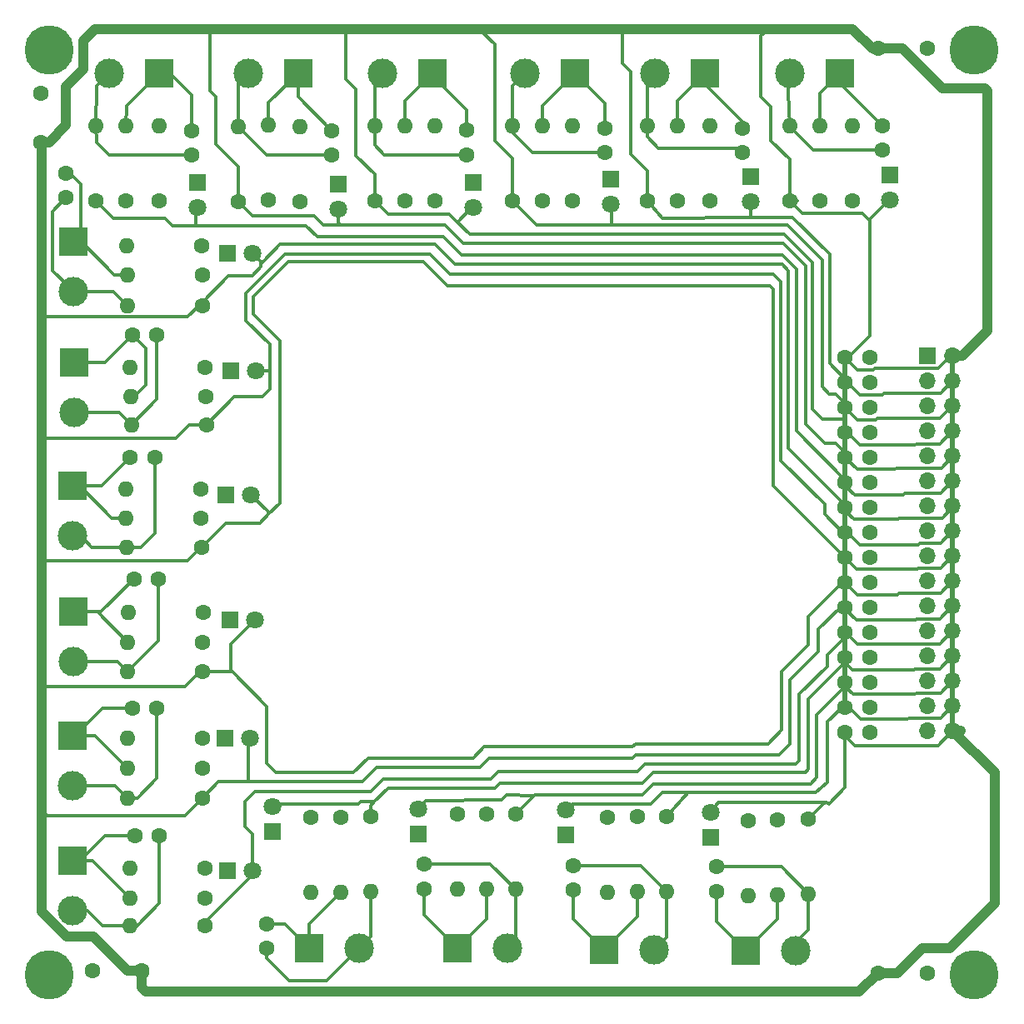
<source format=gbr>
G04 #@! TF.FileFunction,Copper,L1,Top,Signal*
%FSLAX46Y46*%
G04 Gerber Fmt 4.6, Leading zero omitted, Abs format (unit mm)*
G04 Created by KiCad (PCBNEW 4.0.7) date 04/07/19 22:06:40*
%MOMM*%
%LPD*%
G01*
G04 APERTURE LIST*
%ADD10C,0.100000*%
%ADD11R,1.800000X1.800000*%
%ADD12C,1.800000*%
%ADD13C,1.600000*%
%ADD14C,5.000000*%
%ADD15R,1.700000X1.700000*%
%ADD16O,1.700000X1.700000*%
%ADD17R,3.000000X3.000000*%
%ADD18C,3.000000*%
%ADD19O,1.600000X1.600000*%
%ADD20C,0.350000*%
%ADD21C,1.000000*%
%ADD22C,0.500000*%
G04 APERTURE END LIST*
D10*
D11*
X110109000Y-66103500D03*
D12*
X110109000Y-68643500D03*
D13*
X52197000Y-57404000D03*
X52197000Y-62404000D03*
X57404000Y-146558000D03*
X62404000Y-146558000D03*
X142240000Y-52832000D03*
X137240000Y-52832000D03*
X142240000Y-146812000D03*
X137240000Y-146812000D03*
D14*
X53000000Y-53000000D03*
X53000000Y-147000000D03*
X147000000Y-53000000D03*
X147000000Y-147000000D03*
D15*
X142296800Y-84082400D03*
D16*
X144836800Y-84082400D03*
X142296800Y-86622400D03*
X144836800Y-86622400D03*
X142296800Y-89162400D03*
X144836800Y-89162400D03*
X142296800Y-91702400D03*
X144836800Y-91702400D03*
X142296800Y-94242400D03*
X144836800Y-94242400D03*
X142296800Y-96782400D03*
X144836800Y-96782400D03*
X142296800Y-99322400D03*
X144836800Y-99322400D03*
X142296800Y-101862400D03*
X144836800Y-101862400D03*
X142296800Y-104402400D03*
X144836800Y-104402400D03*
X142296800Y-106942400D03*
X144836800Y-106942400D03*
X142296800Y-109482400D03*
X144836800Y-109482400D03*
X142296800Y-112022400D03*
X144836800Y-112022400D03*
X142296800Y-114562400D03*
X144836800Y-114562400D03*
X142296800Y-117102400D03*
X144836800Y-117102400D03*
X142296800Y-119642400D03*
X144836800Y-119642400D03*
X142296800Y-122182400D03*
X144836800Y-122182400D03*
D13*
X133908800Y-84226400D03*
X136408800Y-84226400D03*
X133908800Y-86766400D03*
X136408800Y-86766400D03*
X133908800Y-89306400D03*
X136408800Y-89306400D03*
X133908800Y-91846400D03*
X136408800Y-91846400D03*
X133908800Y-94386400D03*
X136408800Y-94386400D03*
X133908800Y-96926400D03*
X136408800Y-96926400D03*
X133908800Y-99466400D03*
X136408800Y-99466400D03*
X133908800Y-102006400D03*
X136408800Y-102006400D03*
X133908800Y-104546400D03*
X136408800Y-104546400D03*
X133908800Y-107086400D03*
X136408800Y-107086400D03*
X133908800Y-109626400D03*
X136408800Y-109626400D03*
X133908800Y-112166400D03*
X136408800Y-112166400D03*
X133908800Y-114706400D03*
X136408800Y-114706400D03*
X133908800Y-117246400D03*
X136408800Y-117246400D03*
X133908800Y-119786400D03*
X136408800Y-119786400D03*
X133908800Y-122326400D03*
X136408800Y-122326400D03*
X137668000Y-60706000D03*
X137668000Y-63206000D03*
D11*
X138430000Y-65722500D03*
D12*
X138430000Y-68262500D03*
D17*
X133350000Y-55372000D03*
D18*
X128270000Y-55372000D03*
D13*
X131318000Y-68326000D03*
D19*
X131318000Y-60706000D03*
D13*
X128270000Y-68326000D03*
D19*
X128270000Y-60706000D03*
D13*
X134620000Y-68326000D03*
D19*
X134620000Y-60706000D03*
D13*
X123444000Y-60960000D03*
X123444000Y-63460000D03*
X109474000Y-60960000D03*
X109474000Y-63460000D03*
X95440500Y-61150500D03*
X95440500Y-63650500D03*
D11*
X124333000Y-65913000D03*
D12*
X124333000Y-68453000D03*
D11*
X96139000Y-66484500D03*
D12*
X96139000Y-69024500D03*
D17*
X119634000Y-55372000D03*
D18*
X114554000Y-55372000D03*
D17*
X106426000Y-55372000D03*
D18*
X101346000Y-55372000D03*
D17*
X91948000Y-55372000D03*
D18*
X86868000Y-55372000D03*
D13*
X116840000Y-68326000D03*
D19*
X116840000Y-60706000D03*
D13*
X113792000Y-68326000D03*
D19*
X113792000Y-60706000D03*
D13*
X103124000Y-68326000D03*
D19*
X103124000Y-60706000D03*
D13*
X100076000Y-68326000D03*
D19*
X100076000Y-60706000D03*
D13*
X89154000Y-68326000D03*
D19*
X89154000Y-60706000D03*
D13*
X86106000Y-68326000D03*
D19*
X86106000Y-60706000D03*
D13*
X120142000Y-68326000D03*
D19*
X120142000Y-60706000D03*
D13*
X106172000Y-68326000D03*
D19*
X106172000Y-60706000D03*
D13*
X92202000Y-68326000D03*
D19*
X92202000Y-60706000D03*
D13*
X81724500Y-61214000D03*
X81724500Y-63714000D03*
X67500500Y-61214000D03*
X67500500Y-63714000D03*
D11*
X82423000Y-66611500D03*
D12*
X82423000Y-69151500D03*
D11*
X68097400Y-66497200D03*
D12*
X68097400Y-69037200D03*
D17*
X78295500Y-55372000D03*
D18*
X73215500Y-55372000D03*
D17*
X64198500Y-55372000D03*
D18*
X59118500Y-55372000D03*
D13*
X75311000Y-68262500D03*
D19*
X75311000Y-60642500D03*
D13*
X72199500Y-68389500D03*
D19*
X72199500Y-60769500D03*
D13*
X60833000Y-68326000D03*
D19*
X60833000Y-60706000D03*
D13*
X57785000Y-68326000D03*
D19*
X57785000Y-60706000D03*
D13*
X78486000Y-68389500D03*
D19*
X78486000Y-60769500D03*
D13*
X64198500Y-68326000D03*
D19*
X64198500Y-60706000D03*
D13*
X54752240Y-65532000D03*
X54752240Y-68032000D03*
X61478160Y-81986120D03*
X63978160Y-81986120D03*
X61244480Y-94381320D03*
X63744480Y-94381320D03*
X61620400Y-106791760D03*
X64120400Y-106791760D03*
D11*
X71135240Y-73649840D03*
D12*
X73675240Y-73649840D03*
D11*
X71470520Y-85608160D03*
D12*
X74010520Y-85608160D03*
D11*
X71008240Y-98186240D03*
D12*
X73548240Y-98186240D03*
D11*
X71348600Y-110911640D03*
D12*
X73888600Y-110911640D03*
D17*
X55473600Y-72466200D03*
D18*
X55473600Y-77546200D03*
D17*
X55595520Y-84780120D03*
D18*
X55595520Y-89860120D03*
D17*
X55361840Y-97297240D03*
D18*
X55361840Y-102377240D03*
D17*
X55438040Y-110109000D03*
D18*
X55438040Y-115189000D03*
D13*
X68564760Y-75829160D03*
D19*
X60944760Y-75829160D03*
D13*
X68564760Y-78958440D03*
D19*
X60944760Y-78958440D03*
D13*
X68930520Y-88249760D03*
D19*
X61310520Y-88249760D03*
D13*
X69021960Y-91094560D03*
D19*
X61401960Y-91094560D03*
D13*
X68397120Y-100584000D03*
D19*
X60777120Y-100584000D03*
D13*
X68508880Y-103545640D03*
D19*
X60888880Y-103545640D03*
D13*
X68635880Y-113217960D03*
D19*
X61015880Y-113217960D03*
D13*
X68605400Y-116179600D03*
D19*
X60985400Y-116179600D03*
D13*
X68508880Y-72867520D03*
D19*
X60888880Y-72867520D03*
D13*
X68844160Y-85227160D03*
D19*
X61224160Y-85227160D03*
D13*
X68468240Y-97617280D03*
D19*
X60848240Y-97617280D03*
D13*
X68661280Y-110144560D03*
D19*
X61041280Y-110144560D03*
D13*
X61468000Y-119888000D03*
X63968000Y-119888000D03*
X61722000Y-132842000D03*
X64222000Y-132842000D03*
D11*
X70866000Y-122936000D03*
D12*
X73406000Y-122936000D03*
D11*
X71120000Y-136398000D03*
D12*
X73660000Y-136398000D03*
D17*
X55372000Y-122682000D03*
D18*
X55372000Y-127762000D03*
D17*
X55372000Y-135382000D03*
D18*
X55372000Y-140462000D03*
D13*
X68580000Y-125984000D03*
D19*
X60960000Y-125984000D03*
D13*
X68580000Y-129032000D03*
D19*
X60960000Y-129032000D03*
D13*
X68834000Y-139192000D03*
D19*
X61214000Y-139192000D03*
D13*
X68834000Y-141986000D03*
D19*
X61214000Y-141986000D03*
D13*
X68580000Y-122936000D03*
D19*
X60960000Y-122936000D03*
D13*
X68834000Y-136144000D03*
D19*
X61214000Y-136144000D03*
D13*
X75120500Y-141795500D03*
X75120500Y-144295500D03*
X91122500Y-138239500D03*
X91122500Y-135739500D03*
X106235500Y-138366500D03*
X106235500Y-135866500D03*
X120840500Y-138493500D03*
X120840500Y-135993500D03*
D11*
X75692000Y-132461000D03*
D12*
X75692000Y-129921000D03*
D11*
X90487500Y-132651500D03*
D12*
X90487500Y-130111500D03*
D11*
X105537000Y-132778500D03*
D12*
X105537000Y-130238500D03*
D11*
X120205500Y-133032500D03*
D12*
X120205500Y-130492500D03*
D17*
X79438500Y-144272000D03*
D18*
X84518500Y-144272000D03*
D17*
X94488000Y-144272000D03*
D18*
X99568000Y-144272000D03*
D17*
X109410500Y-144462500D03*
D18*
X114490500Y-144462500D03*
D17*
X123825000Y-144526000D03*
D18*
X128905000Y-144526000D03*
D13*
X82677000Y-131000500D03*
D19*
X82677000Y-138620500D03*
D13*
X85661500Y-130937000D03*
D19*
X85661500Y-138557000D03*
D13*
X97472500Y-130619500D03*
D19*
X97472500Y-138239500D03*
D13*
X100393500Y-130683000D03*
D19*
X100393500Y-138303000D03*
D13*
X112776000Y-130937000D03*
D19*
X112776000Y-138557000D03*
D13*
X115760500Y-130873500D03*
D19*
X115760500Y-138493500D03*
D13*
X127000000Y-131254500D03*
D19*
X127000000Y-138874500D03*
D13*
X130175000Y-131127500D03*
D19*
X130175000Y-138747500D03*
D13*
X79629000Y-131000500D03*
D19*
X79629000Y-138620500D03*
D13*
X94488000Y-130619500D03*
D19*
X94488000Y-138239500D03*
D13*
X109728000Y-131000500D03*
D19*
X109728000Y-138620500D03*
D13*
X124079000Y-131318000D03*
D19*
X124079000Y-138938000D03*
D20*
X124333000Y-70040500D02*
X124333000Y-68453000D01*
X71437500Y-116179600D02*
X71437500Y-113362740D01*
X71437500Y-113362740D02*
X73888600Y-110911640D01*
X133908800Y-107086400D02*
X133642100Y-107086400D01*
X133642100Y-107086400D02*
X130111500Y-110617000D01*
X71602600Y-116179600D02*
X71437500Y-116179600D01*
X71437500Y-116179600D02*
X68605400Y-116179600D01*
X75120500Y-119697500D02*
X71602600Y-116179600D01*
X75120500Y-125476000D02*
X75120500Y-119697500D01*
X76073000Y-126428500D02*
X75120500Y-125476000D01*
X83947000Y-126428500D02*
X76073000Y-126428500D01*
X85407500Y-124968000D02*
X83947000Y-126428500D01*
X96075500Y-124968000D02*
X85407500Y-124968000D01*
X97218500Y-123825000D02*
X96075500Y-124968000D01*
X112268000Y-123825000D02*
X97218500Y-123825000D01*
X112585500Y-123507500D02*
X112268000Y-123825000D01*
X126047500Y-123507500D02*
X112585500Y-123507500D01*
X127444500Y-122110500D02*
X126047500Y-123507500D01*
X127444500Y-116141500D02*
X127444500Y-122110500D01*
X130111500Y-113474500D02*
X127444500Y-116141500D01*
X130111500Y-110617000D02*
X130111500Y-113474500D01*
X73279000Y-127381000D02*
X73279000Y-123063000D01*
X73279000Y-123063000D02*
X73406000Y-122936000D01*
X133908800Y-109626400D02*
X133451600Y-109626400D01*
X133451600Y-109626400D02*
X131191000Y-111887000D01*
X70231000Y-127381000D02*
X68580000Y-129032000D01*
X84836000Y-127381000D02*
X73279000Y-127381000D01*
X73279000Y-127381000D02*
X70231000Y-127381000D01*
X86296500Y-125920500D02*
X84836000Y-127381000D01*
X96774000Y-125920500D02*
X86296500Y-125920500D01*
X97726500Y-124968000D02*
X96774000Y-125920500D01*
X112268000Y-124968000D02*
X97726500Y-124968000D01*
X112585500Y-124650500D02*
X112268000Y-124968000D01*
X127190500Y-124650500D02*
X112585500Y-124650500D01*
X128270000Y-123571000D02*
X127190500Y-124650500D01*
X128270000Y-117030500D02*
X128270000Y-123571000D01*
X131191000Y-114109500D02*
X128270000Y-117030500D01*
X131191000Y-111887000D02*
X131191000Y-114109500D01*
X73660000Y-136398000D02*
X73660000Y-136842500D01*
X73660000Y-136842500D02*
X68834000Y-141668500D01*
X68834000Y-141668500D02*
X68834000Y-141986000D01*
X133908800Y-112166400D02*
X133908800Y-112661700D01*
X133908800Y-112661700D02*
X132080000Y-114490500D01*
X73660000Y-132715000D02*
X73660000Y-136398000D01*
X72898000Y-131953000D02*
X73660000Y-132715000D01*
X72898000Y-129349500D02*
X72898000Y-131953000D01*
X73914000Y-128333500D02*
X72898000Y-129349500D01*
X85725000Y-128333500D02*
X73914000Y-128333500D01*
X86995000Y-127063500D02*
X85725000Y-128333500D01*
X97853500Y-127063500D02*
X86995000Y-127063500D01*
X98615500Y-126301500D02*
X97853500Y-127063500D01*
X112776000Y-126301500D02*
X98615500Y-126301500D01*
X113538000Y-125539500D02*
X112776000Y-126301500D01*
X128905000Y-125539500D02*
X113538000Y-125539500D01*
X129222500Y-125222000D02*
X128905000Y-125539500D01*
X129222500Y-118491000D02*
X129222500Y-125222000D01*
X132080000Y-115633500D02*
X129222500Y-118491000D01*
X132080000Y-114490500D02*
X132080000Y-115633500D01*
X86074250Y-129381250D02*
X84677250Y-129381250D01*
X84391500Y-129667000D02*
X75946000Y-129667000D01*
X84677250Y-129381250D02*
X84391500Y-129667000D01*
X75946000Y-129667000D02*
X75692000Y-129921000D01*
X133908800Y-114706400D02*
X133908800Y-115265200D01*
X133908800Y-115265200D02*
X130175000Y-118999000D01*
X85661500Y-129794000D02*
X85661500Y-130937000D01*
X87439500Y-128016000D02*
X86074250Y-129381250D01*
X86074250Y-129381250D02*
X85661500Y-129794000D01*
X98298000Y-128016000D02*
X87439500Y-128016000D01*
X98806000Y-127508000D02*
X98298000Y-128016000D01*
X113284000Y-127508000D02*
X98806000Y-127508000D01*
X114363500Y-126428500D02*
X113284000Y-127508000D01*
X129857500Y-126428500D02*
X114363500Y-126428500D01*
X130175000Y-126111000D02*
X129857500Y-126428500D01*
X130175000Y-118999000D02*
X130175000Y-126111000D01*
X102298500Y-128778000D02*
X99536250Y-128682750D01*
X91313000Y-129286000D02*
X90487500Y-130111500D01*
X99028250Y-129190750D02*
X91313000Y-129286000D01*
X99536250Y-128682750D02*
X99028250Y-129190750D01*
X133908800Y-117246400D02*
X133908800Y-117678200D01*
X133908800Y-117678200D02*
X131000500Y-120586500D01*
X102362000Y-128714500D02*
X102298500Y-128778000D01*
X102298500Y-128778000D02*
X100393500Y-130683000D01*
X113284000Y-128714500D02*
X102362000Y-128714500D01*
X114427000Y-127571500D02*
X113284000Y-128714500D01*
X130365500Y-127571500D02*
X114427000Y-127571500D01*
X131000500Y-126936500D02*
X130365500Y-127571500D01*
X131000500Y-120586500D02*
X131000500Y-126936500D01*
X118745000Y-128460500D02*
X115316000Y-128460500D01*
X114173000Y-129603500D02*
X106172000Y-129603500D01*
X115316000Y-128460500D02*
X114173000Y-129603500D01*
X106172000Y-129603500D02*
X105537000Y-130238500D01*
X133908800Y-119786400D02*
X133578600Y-119786400D01*
X133578600Y-119786400D02*
X132080000Y-121285000D01*
X117983000Y-128460500D02*
X115760500Y-130873500D01*
X130873500Y-128460500D02*
X118745000Y-128460500D01*
X118745000Y-128460500D02*
X117983000Y-128460500D01*
X132080000Y-127444500D02*
X130873500Y-128460500D01*
X132080000Y-121285000D02*
X132080000Y-127444500D01*
X132016500Y-129476500D02*
X121031000Y-129476500D01*
X121031000Y-129476500D02*
X120205500Y-130492500D01*
X133908800Y-122326400D02*
X133908800Y-127965200D01*
X131699000Y-129603500D02*
X130175000Y-131127500D01*
X132270500Y-129603500D02*
X132016500Y-129476500D01*
X132016500Y-129476500D02*
X131699000Y-129603500D01*
X133908800Y-127965200D02*
X132270500Y-129603500D01*
D21*
X62404000Y-146558000D02*
X62404000Y-148256000D01*
X135335000Y-148717000D02*
X137240000Y-146812000D01*
X62865000Y-148717000D02*
X135335000Y-148717000D01*
X62404000Y-148256000D02*
X62865000Y-148717000D01*
D20*
X72199500Y-68389500D02*
X72199500Y-64833500D01*
X69342000Y-57150000D02*
X69342000Y-50850800D01*
X69977000Y-57785000D02*
X69342000Y-57150000D01*
X69977000Y-62611000D02*
X69977000Y-57785000D01*
X72199500Y-64833500D02*
X69977000Y-62611000D01*
X68580000Y-129032000D02*
X66802000Y-130810000D01*
X52271520Y-130227480D02*
X52271520Y-130226560D01*
X52854040Y-130810000D02*
X52271520Y-130227480D01*
X66802000Y-130810000D02*
X52854040Y-130810000D01*
X68605400Y-116179600D02*
X68351400Y-116179600D01*
X68351400Y-116179600D02*
X66802000Y-117729000D01*
X66802000Y-117729000D02*
X52269489Y-117729000D01*
X52269489Y-117729000D02*
X52269489Y-117729817D01*
X69021960Y-91094560D02*
X67274440Y-91094560D01*
X52265381Y-92456000D02*
X52265381Y-92453293D01*
X65913000Y-92456000D02*
X52265381Y-92456000D01*
X67274440Y-91094560D02*
X65913000Y-92456000D01*
X128270000Y-68326000D02*
X128270000Y-64135000D01*
X125349000Y-51562000D02*
X126060200Y-50850800D01*
X125349000Y-57785000D02*
X125349000Y-51562000D01*
X126365000Y-58801000D02*
X125349000Y-57785000D01*
X126365000Y-62230000D02*
X126365000Y-58801000D01*
X128270000Y-64135000D02*
X126365000Y-62230000D01*
X113792000Y-68326000D02*
X113792000Y-65278000D01*
X111252000Y-54356000D02*
X111252000Y-50850800D01*
X112141000Y-55245000D02*
X111252000Y-54356000D01*
X112141000Y-63627000D02*
X112141000Y-55245000D01*
X113792000Y-65278000D02*
X112141000Y-63627000D01*
X100076000Y-68326000D02*
X100076000Y-64008000D01*
X98298000Y-52451000D02*
X96697800Y-50850800D01*
X98298000Y-62230000D02*
X98298000Y-52451000D01*
X100076000Y-64008000D02*
X98298000Y-62230000D01*
X86106000Y-68326000D02*
X86106000Y-65659000D01*
X83185000Y-56007000D02*
X83185000Y-50850800D01*
X84201000Y-57023000D02*
X83185000Y-56007000D01*
X84201000Y-63754000D02*
X84201000Y-57023000D01*
X86106000Y-65659000D02*
X84201000Y-63754000D01*
X68508880Y-103545640D02*
X68412360Y-103545640D01*
X68412360Y-103545640D02*
X67056000Y-104902000D01*
X52267404Y-104902000D02*
X52267404Y-104900812D01*
X67056000Y-104902000D02*
X52267404Y-104902000D01*
X68564760Y-78958440D02*
X68234560Y-78958440D01*
X68234560Y-78958440D02*
X67056000Y-80137000D01*
X52263379Y-80137000D02*
X52263379Y-80134987D01*
X67056000Y-80137000D02*
X52263379Y-80137000D01*
X73548240Y-98186240D02*
X73548240Y-98059240D01*
X75311000Y-100203000D02*
X75311000Y-99949000D01*
X75311000Y-99949000D02*
X73548240Y-98186240D01*
X133908800Y-104546400D02*
X133883400Y-104546400D01*
X133883400Y-104546400D02*
X126619000Y-97282000D01*
X70962520Y-101092000D02*
X68508880Y-103545640D01*
X74422000Y-101092000D02*
X70962520Y-101092000D01*
X76454000Y-99060000D02*
X75311000Y-100203000D01*
X75311000Y-100203000D02*
X74422000Y-101092000D01*
X76454000Y-82550000D02*
X76454000Y-99060000D01*
X73787000Y-79883000D02*
X76454000Y-82550000D01*
X73787000Y-78105000D02*
X73787000Y-79883000D01*
X77343000Y-74549000D02*
X73787000Y-78105000D01*
X91059000Y-74549000D02*
X77343000Y-74549000D01*
X93472000Y-76962000D02*
X91059000Y-74549000D01*
X126238000Y-76962000D02*
X93472000Y-76962000D01*
X126619000Y-77343000D02*
X126238000Y-76962000D01*
X126619000Y-97282000D02*
X126619000Y-77343000D01*
X75438000Y-85598000D02*
X74020680Y-85598000D01*
X74020680Y-85598000D02*
X74010520Y-85608160D01*
X133908800Y-102006400D02*
X133629400Y-102006400D01*
X133629400Y-102006400D02*
X131826000Y-100203000D01*
X71851520Y-88265000D02*
X69021960Y-91094560D01*
X74676000Y-88265000D02*
X71851520Y-88265000D01*
X75438000Y-87503000D02*
X74676000Y-88265000D01*
X75438000Y-82931000D02*
X75438000Y-85598000D01*
X75438000Y-85598000D02*
X75438000Y-87503000D01*
X73025000Y-80518000D02*
X75438000Y-82931000D01*
X73025000Y-77724000D02*
X73025000Y-80518000D01*
X76962000Y-73787000D02*
X73025000Y-77724000D01*
X91694000Y-73787000D02*
X76962000Y-73787000D01*
X93726000Y-75819000D02*
X91694000Y-73787000D01*
X126619000Y-75819000D02*
X93726000Y-75819000D01*
X127381000Y-76581000D02*
X126619000Y-75819000D01*
X127381000Y-94742000D02*
X127381000Y-76581000D01*
X131826000Y-99187000D02*
X127381000Y-94742000D01*
X131826000Y-100203000D02*
X131826000Y-99187000D01*
X74739500Y-74485500D02*
X74510900Y-74485500D01*
X74510900Y-74485500D02*
X73675240Y-73649840D01*
X133908800Y-99466400D02*
X133908800Y-99237800D01*
X133908800Y-99237800D02*
X128143000Y-93472000D01*
X71247000Y-75946000D02*
X68564760Y-78628240D01*
X73660000Y-75946000D02*
X71247000Y-75946000D01*
X74549000Y-75057000D02*
X73660000Y-75946000D01*
X74549000Y-74676000D02*
X74549000Y-75057000D01*
X76454000Y-72771000D02*
X74739500Y-74485500D01*
X74739500Y-74485500D02*
X74549000Y-74676000D01*
X92202000Y-72771000D02*
X76454000Y-72771000D01*
X94234000Y-74803000D02*
X92202000Y-72771000D01*
X127508000Y-74803000D02*
X94234000Y-74803000D01*
X128143000Y-75438000D02*
X127508000Y-74803000D01*
X128143000Y-93472000D02*
X128143000Y-75438000D01*
X68564760Y-78628240D02*
X68564760Y-78958440D01*
X67950080Y-70866000D02*
X67950080Y-69184520D01*
X67950080Y-69184520D02*
X68097400Y-69037200D01*
X133908800Y-96926400D02*
X133908800Y-96682560D01*
X133908800Y-96682560D02*
X128950720Y-91724480D01*
X59532520Y-70073520D02*
X57785000Y-68326000D01*
X64780160Y-70073520D02*
X59532520Y-70073520D01*
X65572640Y-70866000D02*
X64780160Y-70073520D01*
X79136240Y-70866000D02*
X67950080Y-70866000D01*
X67950080Y-70866000D02*
X65572640Y-70866000D01*
X80243680Y-71973440D02*
X79136240Y-70866000D01*
X93045280Y-71973440D02*
X80243680Y-71973440D01*
X94894400Y-73822560D02*
X93045280Y-71973440D01*
X127513080Y-73822560D02*
X94894400Y-73822560D01*
X128950720Y-75260200D02*
X127513080Y-73822560D01*
X128950720Y-91724480D02*
X128950720Y-75260200D01*
X82423000Y-69151500D02*
X82423000Y-70561200D01*
X82423000Y-70561200D02*
X82664300Y-70802500D01*
X133908800Y-96926400D02*
X133908800Y-96634300D01*
X133908800Y-94386400D02*
X133908800Y-93903800D01*
X133908800Y-93903800D02*
X132969000Y-92964000D01*
X73660000Y-69850000D02*
X72199500Y-68389500D01*
X79946500Y-69850000D02*
X73660000Y-69850000D01*
X80899000Y-70802500D02*
X79946500Y-69850000D01*
X93218000Y-70802500D02*
X82664300Y-70802500D01*
X82664300Y-70802500D02*
X81534000Y-70802500D01*
X81534000Y-70802500D02*
X80899000Y-70802500D01*
X95059500Y-72644000D02*
X93218000Y-70802500D01*
X127571500Y-72644000D02*
X95059500Y-72644000D01*
X129857500Y-74930000D02*
X127571500Y-72644000D01*
X129857500Y-90995500D02*
X129857500Y-74930000D01*
X131826000Y-92964000D02*
X129857500Y-90995500D01*
X132969000Y-92964000D02*
X131826000Y-92964000D01*
D21*
X52197000Y-62404000D02*
X52975500Y-62404000D01*
X52975500Y-62404000D02*
X54737000Y-60642500D01*
X54737000Y-60642500D02*
X54737000Y-56705500D01*
X54737000Y-56705500D02*
X56451500Y-54991000D01*
X56451500Y-54991000D02*
X56451500Y-52070000D01*
X56451500Y-52070000D02*
X57670700Y-50850800D01*
X57670700Y-50850800D02*
X64639200Y-50850800D01*
X69342000Y-50850800D02*
X64639200Y-50850800D01*
X83185000Y-50850800D02*
X69342000Y-50850800D01*
X136652000Y-52832000D02*
X134670800Y-50850800D01*
X134670800Y-50850800D02*
X126060200Y-50850800D01*
X126060200Y-50850800D02*
X111252000Y-50850800D01*
X111252000Y-50850800D02*
X96697800Y-50850800D01*
X96697800Y-50850800D02*
X83185000Y-50850800D01*
D20*
X133908800Y-91846400D02*
X133908800Y-90500200D01*
X87439500Y-69659500D02*
X86106000Y-68326000D01*
X93662500Y-69659500D02*
X87439500Y-69659500D01*
X133858000Y-90551000D02*
X131572000Y-90551000D01*
X133908800Y-90500200D02*
X133858000Y-90551000D01*
X133908800Y-89306400D02*
X133908800Y-88887300D01*
X133908800Y-88887300D02*
X132969000Y-87947500D01*
X102552500Y-70802500D02*
X100076000Y-68326000D01*
X132969000Y-87947500D02*
X132270500Y-87947500D01*
X86106000Y-68326000D02*
X86106000Y-68072000D01*
X133908800Y-86766400D02*
X133908800Y-86410800D01*
X133908800Y-86410800D02*
X132334000Y-84836000D01*
X115316000Y-70104000D02*
X113792000Y-68326000D01*
X132334000Y-84836000D02*
X132334000Y-73787000D01*
X128270000Y-68326000D02*
X128524000Y-68326000D01*
X128270000Y-68326000D02*
X129032000Y-68326000D01*
X133908800Y-84226400D02*
X134213600Y-84226400D01*
X134213600Y-84226400D02*
X136398000Y-82042000D01*
X129540000Y-69596000D02*
X128270000Y-68326000D01*
X135636000Y-69596000D02*
X129540000Y-69596000D01*
D21*
X137240000Y-146812000D02*
X139192000Y-146812000D01*
X139192000Y-146812000D02*
X141732000Y-144272000D01*
X141732000Y-144272000D02*
X144526000Y-144272000D01*
X144526000Y-144272000D02*
X149098000Y-139700000D01*
X149098000Y-139700000D02*
X149098000Y-126443600D01*
X149098000Y-126443600D02*
X144836800Y-122182400D01*
X144836800Y-84082400D02*
X145787600Y-84082400D01*
X139700000Y-52832000D02*
X137240000Y-52832000D01*
X143764000Y-56896000D02*
X139700000Y-52832000D01*
X148082000Y-56896000D02*
X143764000Y-56896000D01*
X148336000Y-57150000D02*
X148082000Y-56896000D01*
X148336000Y-81534000D02*
X148336000Y-57150000D01*
X145787600Y-84082400D02*
X148336000Y-81534000D01*
X137240000Y-52832000D02*
X136652000Y-52832000D01*
X144836800Y-122182400D02*
X145601200Y-122182400D01*
X62658000Y-146812000D02*
X62404000Y-146558000D01*
X61010800Y-146558000D02*
X62404000Y-146558000D01*
X57505600Y-143052800D02*
X61010800Y-146558000D01*
X54762400Y-143052800D02*
X57505600Y-143052800D01*
X52273200Y-140563600D02*
X54762400Y-143052800D01*
X52260500Y-62420500D02*
X52263379Y-80134987D01*
X52263379Y-80134987D02*
X52265381Y-92453293D01*
X52265381Y-92453293D02*
X52265423Y-92711719D01*
X52265423Y-92711719D02*
X52267404Y-104900812D01*
X52267404Y-104900812D02*
X52269489Y-117729817D01*
X52269489Y-117729817D02*
X52271520Y-130226560D01*
X52271520Y-130226560D02*
X52273200Y-140563600D01*
D22*
X144836800Y-84082400D02*
X145432000Y-84082400D01*
X62658000Y-146812000D02*
X62404000Y-146558000D01*
X144836800Y-122182400D02*
X144836800Y-122637200D01*
X133908800Y-119786400D02*
X133908800Y-117246400D01*
X133908800Y-114706400D02*
X133908800Y-117246400D01*
X133908800Y-112166400D02*
X133908800Y-114706400D01*
X133908800Y-109626400D02*
X133908800Y-112166400D01*
X133908800Y-107086400D02*
X133908800Y-109626400D01*
X133908800Y-104546400D02*
X133908800Y-107086400D01*
X133908800Y-102006400D02*
X133908800Y-104546400D01*
X133908800Y-99466400D02*
X133908800Y-102006400D01*
X133908800Y-96926400D02*
X133908800Y-99466400D01*
X133908800Y-94386400D02*
X133908800Y-96926400D01*
X133908800Y-91846400D02*
X133908800Y-94386400D01*
X133908800Y-89306400D02*
X133908800Y-91846400D01*
X133908800Y-86766400D02*
X133908800Y-89306400D01*
X133908800Y-84226400D02*
X133908800Y-86766400D01*
X144836800Y-86622400D02*
X144836800Y-84082400D01*
X144836800Y-89162400D02*
X144836800Y-86622400D01*
X144836800Y-94242400D02*
X144836800Y-89162400D01*
X144836800Y-96782400D02*
X144836800Y-94242400D01*
X144836800Y-99322400D02*
X144836800Y-96782400D01*
X144836800Y-101862400D02*
X144836800Y-99322400D01*
X144836800Y-106942400D02*
X144836800Y-101862400D01*
X144836800Y-109482400D02*
X144836800Y-106942400D01*
X144836800Y-112022400D02*
X144836800Y-109482400D01*
X144836800Y-114562400D02*
X144836800Y-112022400D01*
X144836800Y-117102400D02*
X144836800Y-114562400D01*
X144836800Y-119642400D02*
X144836800Y-117102400D01*
X144836800Y-119642400D02*
X144836800Y-122182400D01*
D20*
X133908800Y-122326400D02*
X133908800Y-122682000D01*
X133908800Y-122682000D02*
X134924800Y-123698000D01*
X134924800Y-123698000D02*
X143321200Y-123698000D01*
X143321200Y-123698000D02*
X144836800Y-122182400D01*
X133908800Y-119786400D02*
X134264400Y-119786400D01*
X134264400Y-119786400D02*
X135483600Y-121005600D01*
X135483600Y-121005600D02*
X140258800Y-121005600D01*
X140258800Y-121005600D02*
X140360400Y-120904000D01*
X140360400Y-120904000D02*
X143575200Y-120904000D01*
X143575200Y-120904000D02*
X144836800Y-119642400D01*
X133908800Y-117246400D02*
X133908800Y-117652800D01*
X133908800Y-117652800D02*
X134721600Y-118465600D01*
X143575200Y-118364000D02*
X144836800Y-117102400D01*
X141122400Y-118364000D02*
X143575200Y-118364000D01*
X141020800Y-118465600D02*
X141122400Y-118364000D01*
X134721600Y-118465600D02*
X141020800Y-118465600D01*
X133908800Y-115265200D02*
X134620000Y-115976400D01*
X143524400Y-115874800D02*
X144836800Y-114562400D01*
X140970000Y-115874800D02*
X143524400Y-115874800D01*
X140868400Y-115976400D02*
X140970000Y-115874800D01*
X134620000Y-115976400D02*
X140868400Y-115976400D01*
X133908800Y-112166400D02*
X133959600Y-112166400D01*
X133959600Y-112166400D02*
X135178800Y-113385600D01*
X143524400Y-113334800D02*
X144836800Y-112022400D01*
X138379200Y-113334800D02*
X143524400Y-113334800D01*
X138328400Y-113385600D02*
X138379200Y-113334800D01*
X135178800Y-113385600D02*
X138328400Y-113385600D01*
X133908800Y-109626400D02*
X133908800Y-109778800D01*
X133908800Y-109778800D02*
X135026400Y-110896400D01*
X143524400Y-110794800D02*
X144836800Y-109482400D01*
X141173200Y-110794800D02*
X143524400Y-110794800D01*
X141071600Y-110896400D02*
X141173200Y-110794800D01*
X135026400Y-110896400D02*
X141071600Y-110896400D01*
X133908800Y-107086400D02*
X133908800Y-107137200D01*
X133908800Y-107137200D02*
X135128000Y-108356400D01*
X143575200Y-108204000D02*
X144836800Y-106942400D01*
X139395200Y-108204000D02*
X143575200Y-108204000D01*
X139242800Y-108356400D02*
X139395200Y-108204000D01*
X135128000Y-108356400D02*
X139242800Y-108356400D01*
X133908800Y-104546400D02*
X133908800Y-104597200D01*
X133908800Y-104597200D02*
X135077200Y-105765600D01*
X135077200Y-105765600D02*
X141224000Y-105765600D01*
X141224000Y-105765600D02*
X141325600Y-105664000D01*
X141325600Y-105664000D02*
X143575200Y-105664000D01*
X143575200Y-105664000D02*
X144836800Y-104402400D01*
X133908800Y-102006400D02*
X134112000Y-102006400D01*
X134112000Y-102006400D02*
X135382000Y-103276400D01*
X143575200Y-103124000D02*
X144836800Y-101862400D01*
X141478000Y-103124000D02*
X143575200Y-103124000D01*
X141325600Y-103276400D02*
X141478000Y-103124000D01*
X135382000Y-103276400D02*
X141325600Y-103276400D01*
X133908800Y-99466400D02*
X133908800Y-99822000D01*
X133908800Y-99822000D02*
X134772400Y-100685600D01*
X134772400Y-100685600D02*
X139293600Y-100685600D01*
X139293600Y-100685600D02*
X139395200Y-100584000D01*
X139395200Y-100584000D02*
X143764000Y-100584000D01*
X143764000Y-100584000D02*
X144836800Y-99511200D01*
X144836800Y-99511200D02*
X144836800Y-99322400D01*
X133908800Y-96926400D02*
X133908800Y-97282000D01*
X133908800Y-97282000D02*
X134874000Y-98247200D01*
X143575200Y-98044000D02*
X144836800Y-96782400D01*
X140004800Y-98044000D02*
X143575200Y-98044000D01*
X139801600Y-98247200D02*
X140004800Y-98044000D01*
X134874000Y-98247200D02*
X139801600Y-98247200D01*
X144836800Y-94242400D02*
X144836800Y-94329600D01*
X144836800Y-94329600D02*
X143662400Y-95504000D01*
X135128000Y-95605600D02*
X133908800Y-94386400D01*
X138988800Y-95605600D02*
X135128000Y-95605600D01*
X139090400Y-95504000D02*
X138988800Y-95605600D01*
X143662400Y-95504000D02*
X139090400Y-95504000D01*
X133908800Y-91846400D02*
X134112000Y-91846400D01*
X134112000Y-91846400D02*
X135432800Y-93167200D01*
X135432800Y-93167200D02*
X141020800Y-93167200D01*
X141020800Y-93167200D02*
X141173200Y-93014800D01*
X141173200Y-93014800D02*
X143524400Y-93014800D01*
X143524400Y-93014800D02*
X144836800Y-91702400D01*
X144836800Y-89162400D02*
X144771600Y-89162400D01*
X144771600Y-89162400D02*
X143510000Y-90424000D01*
X135178800Y-90576400D02*
X133908800Y-89306400D01*
X137007600Y-90576400D02*
X135178800Y-90576400D01*
X137160000Y-90424000D02*
X137007600Y-90576400D01*
X143510000Y-90424000D02*
X137160000Y-90424000D01*
X133908800Y-86766400D02*
X134112000Y-86766400D01*
X134112000Y-86766400D02*
X135382000Y-88036400D01*
X143575200Y-87884000D02*
X144836800Y-86622400D01*
X137871200Y-87884000D02*
X143575200Y-87884000D01*
X137718800Y-88036400D02*
X137871200Y-87884000D01*
X135382000Y-88036400D02*
X137718800Y-88036400D01*
X144836800Y-84082400D02*
X144619200Y-84082400D01*
X144619200Y-84082400D02*
X143357600Y-85344000D01*
X143357600Y-85344000D02*
X136906000Y-85344000D01*
X136906000Y-85344000D02*
X136753600Y-85496400D01*
X136753600Y-85496400D02*
X135178800Y-85496400D01*
X135178800Y-85496400D02*
X133908800Y-84226400D01*
X136271000Y-70231000D02*
X135636000Y-69596000D01*
X136398000Y-82042000D02*
X136398000Y-70358000D01*
X124142500Y-70040500D02*
X123888514Y-70038646D01*
X123888514Y-70038646D02*
X115316000Y-70104000D01*
X132334000Y-73787000D02*
X128524000Y-70040500D01*
X110172500Y-70802500D02*
X102552500Y-70802500D01*
X132270500Y-87947500D02*
X131572000Y-87249000D01*
X94424500Y-70421500D02*
X94551500Y-70421500D01*
X95758000Y-71755000D02*
X94424500Y-70421500D01*
X94424500Y-70421500D02*
X93662500Y-69659500D01*
X127698500Y-71755000D02*
X95758000Y-71755000D01*
X130556000Y-74612500D02*
X127698500Y-71755000D01*
X130556000Y-89535000D02*
X130556000Y-74612500D01*
X131572000Y-90551000D02*
X130556000Y-89535000D01*
X136271000Y-70231000D02*
X136398000Y-70231000D01*
X136398000Y-70358000D02*
X136271000Y-70231000D01*
X128524000Y-70040500D02*
X124333000Y-70040500D01*
X124333000Y-70040500D02*
X124142500Y-70040500D01*
X128016000Y-70802500D02*
X110172500Y-70802500D01*
X131572000Y-74358500D02*
X128016000Y-70802500D01*
X131572000Y-87249000D02*
X131572000Y-74358500D01*
X136398000Y-70231000D02*
X138430000Y-68199000D01*
X110172500Y-70802500D02*
X110172500Y-68834000D01*
X110172500Y-68834000D02*
X110109000Y-68770500D01*
X94551500Y-70421500D02*
X95948500Y-69024500D01*
X68389500Y-69278500D02*
X68199000Y-69088000D01*
X133350000Y-55372000D02*
X133350000Y-56388000D01*
X133350000Y-56388000D02*
X137668000Y-60706000D01*
X131318000Y-60706000D02*
X131318000Y-57404000D01*
X131318000Y-57404000D02*
X133350000Y-55372000D01*
X128270000Y-60706000D02*
X128270000Y-60833000D01*
X128270000Y-60833000D02*
X130643000Y-63206000D01*
X130643000Y-63206000D02*
X137668000Y-63206000D01*
X128270000Y-60706000D02*
X128016000Y-55626000D01*
X128016000Y-55626000D02*
X128270000Y-55372000D01*
X119634000Y-55372000D02*
X119634000Y-56515000D01*
X119634000Y-56515000D02*
X123444000Y-60325000D01*
X123444000Y-60325000D02*
X123444000Y-60960000D01*
X116840000Y-60706000D02*
X116840000Y-58166000D01*
X116840000Y-58166000D02*
X119634000Y-55372000D01*
X113792000Y-60706000D02*
X113792000Y-61849000D01*
X114935000Y-62992000D02*
X122976000Y-62992000D01*
X113792000Y-61849000D02*
X114935000Y-62992000D01*
X122976000Y-62992000D02*
X123444000Y-63460000D01*
X113792000Y-60706000D02*
X113792000Y-56134000D01*
X113792000Y-56134000D02*
X114554000Y-55372000D01*
X109474000Y-60960000D02*
X109474000Y-58420000D01*
X109474000Y-58420000D02*
X106426000Y-55372000D01*
X103124000Y-60706000D02*
X103124000Y-58674000D01*
X103124000Y-58674000D02*
X106426000Y-55372000D01*
X100076000Y-60706000D02*
X100076000Y-61404500D01*
X100076000Y-61404500D02*
X102131500Y-63460000D01*
X102131500Y-63460000D02*
X109474000Y-63460000D01*
X100076000Y-60706000D02*
X100076000Y-56642000D01*
X100076000Y-56642000D02*
X101346000Y-55372000D01*
X91948000Y-55372000D02*
X91948000Y-55626000D01*
X91948000Y-55626000D02*
X95440500Y-59118500D01*
X95440500Y-59118500D02*
X95440500Y-61150500D01*
X89154000Y-60706000D02*
X89154000Y-58166000D01*
X89154000Y-58166000D02*
X91948000Y-55372000D01*
X86106000Y-60706000D02*
X86106000Y-62674500D01*
X87082000Y-63650500D02*
X95440500Y-63650500D01*
X86106000Y-62674500D02*
X87082000Y-63650500D01*
X86106000Y-60706000D02*
X86106000Y-56134000D01*
X86106000Y-56134000D02*
X86868000Y-55372000D01*
X78295500Y-55372000D02*
X78295500Y-57785000D01*
X78295500Y-57785000D02*
X81724500Y-61214000D01*
X75311000Y-60642500D02*
X75311000Y-58356500D01*
X75311000Y-58356500D02*
X78295500Y-55372000D01*
X81724500Y-63714000D02*
X75144000Y-63714000D01*
X75144000Y-63714000D02*
X72199500Y-60769500D01*
X72199500Y-60769500D02*
X72199500Y-56388000D01*
X72199500Y-56388000D02*
X73215500Y-55372000D01*
X64198500Y-55372000D02*
X65278000Y-55372000D01*
X65278000Y-55372000D02*
X67500500Y-57594500D01*
X67500500Y-57594500D02*
X67500500Y-61214000D01*
X60833000Y-60706000D02*
X60896500Y-58674000D01*
X60896500Y-58674000D02*
X64198500Y-55372000D01*
X57785000Y-60706000D02*
X57848500Y-62420500D01*
X59142000Y-63714000D02*
X67500500Y-63714000D01*
X57848500Y-62420500D02*
X59142000Y-63714000D01*
X57785000Y-60706000D02*
X57848500Y-56642000D01*
X57848500Y-56642000D02*
X59118500Y-55372000D01*
X54752240Y-65532000D02*
X55133240Y-65532000D01*
X55133240Y-65532000D02*
X56200040Y-66598800D01*
X56200040Y-66598800D02*
X56200040Y-71739760D01*
X56200040Y-71739760D02*
X55473600Y-72466200D01*
X55473600Y-72466200D02*
X56286400Y-72466200D01*
X56286400Y-72466200D02*
X59649360Y-75829160D01*
X59649360Y-75829160D02*
X60944760Y-75829160D01*
X55473600Y-77546200D02*
X55473600Y-77495400D01*
X55473600Y-77495400D02*
X53380640Y-75402440D01*
X53380640Y-69403600D02*
X54752240Y-68032000D01*
X53380640Y-75402440D02*
X53380640Y-69403600D01*
X55473600Y-77546200D02*
X59532520Y-77546200D01*
X59532520Y-77546200D02*
X60944760Y-78958440D01*
X61310520Y-88249760D02*
X61615320Y-88249760D01*
X61615320Y-88249760D02*
X62809120Y-87055960D01*
X62809120Y-87055960D02*
X62809120Y-83317080D01*
X62809120Y-83317080D02*
X61478160Y-81986120D01*
X55595520Y-84780120D02*
X58684160Y-84780120D01*
X58684160Y-84780120D02*
X61478160Y-81986120D01*
X63978160Y-81986120D02*
X63978160Y-88518360D01*
X63978160Y-88518360D02*
X61401960Y-91094560D01*
X55595520Y-89860120D02*
X60167520Y-89860120D01*
X60167520Y-89860120D02*
X61401960Y-91094560D01*
X55361840Y-97297240D02*
X58328560Y-97297240D01*
X58328560Y-97297240D02*
X61244480Y-94381320D01*
X55361840Y-97297240D02*
X56113680Y-97297240D01*
X56113680Y-97297240D02*
X59400440Y-100584000D01*
X59400440Y-100584000D02*
X60777120Y-100584000D01*
X60888880Y-103545640D02*
X62311280Y-103545640D01*
X63744480Y-102112440D02*
X63744480Y-94381320D01*
X62311280Y-103545640D02*
X63744480Y-102112440D01*
X55361840Y-102377240D02*
X56200040Y-102377240D01*
X56200040Y-102377240D02*
X57368440Y-103545640D01*
X57368440Y-103545640D02*
X60888880Y-103545640D01*
X55438040Y-110109000D02*
X57906920Y-110109000D01*
X57906920Y-110109000D02*
X61015880Y-113217960D01*
X55438040Y-110109000D02*
X58303160Y-110109000D01*
X58303160Y-110109000D02*
X61620400Y-106791760D01*
X55438040Y-115189000D02*
X59994800Y-115189000D01*
X59994800Y-115189000D02*
X60985400Y-116179600D01*
X64120400Y-106791760D02*
X64120400Y-113044600D01*
X64120400Y-113044600D02*
X60985400Y-116179600D01*
X134620000Y-60706000D02*
X134874000Y-60706000D01*
X55372000Y-122682000D02*
X57658000Y-122682000D01*
X57658000Y-122682000D02*
X60960000Y-125984000D01*
X55372000Y-122682000D02*
X55626000Y-122682000D01*
X55626000Y-122682000D02*
X58420000Y-119888000D01*
X58420000Y-119888000D02*
X61468000Y-119888000D01*
X55372000Y-127762000D02*
X59690000Y-127762000D01*
X59690000Y-127762000D02*
X60960000Y-129032000D01*
X60960000Y-129032000D02*
X61976000Y-129032000D01*
X63968000Y-127040000D02*
X63968000Y-119888000D01*
X61976000Y-129032000D02*
X63968000Y-127040000D01*
X55372000Y-135382000D02*
X57404000Y-135382000D01*
X57404000Y-135382000D02*
X61214000Y-139192000D01*
X55372000Y-135382000D02*
X56134000Y-135382000D01*
X56134000Y-135382000D02*
X58674000Y-132842000D01*
X58674000Y-132842000D02*
X61722000Y-132842000D01*
X55372000Y-140462000D02*
X56896000Y-140462000D01*
X58420000Y-141986000D02*
X61214000Y-141986000D01*
X56896000Y-140462000D02*
X58420000Y-141986000D01*
X61214000Y-141986000D02*
X61976000Y-141986000D01*
X61976000Y-141986000D02*
X64222000Y-139740000D01*
X64222000Y-139740000D02*
X64222000Y-132842000D01*
X75120500Y-141795500D02*
X76962000Y-141795500D01*
X76962000Y-141795500D02*
X79438500Y-144272000D01*
X79438500Y-144272000D02*
X79438500Y-141859000D01*
X79438500Y-141859000D02*
X82677000Y-138620500D01*
X75120500Y-144295500D02*
X75120500Y-145288000D01*
X81216500Y-147574000D02*
X84518500Y-144272000D01*
X77406500Y-147574000D02*
X81216500Y-147574000D01*
X75120500Y-145288000D02*
X77406500Y-147574000D01*
X85661500Y-138557000D02*
X85661500Y-143129000D01*
X85661500Y-143129000D02*
X84518500Y-144272000D01*
X97472500Y-138239500D02*
X97472500Y-141287500D01*
X97472500Y-141287500D02*
X94488000Y-144272000D01*
X91122500Y-138239500D02*
X91122500Y-140906500D01*
X91122500Y-140906500D02*
X94488000Y-144272000D01*
X91122500Y-135739500D02*
X97830000Y-135739500D01*
X97830000Y-135739500D02*
X100393500Y-138303000D01*
X100393500Y-138303000D02*
X100393500Y-143446500D01*
X100393500Y-143446500D02*
X99568000Y-144272000D01*
X106235500Y-138366500D02*
X106235500Y-141287500D01*
X106235500Y-141287500D02*
X109410500Y-144462500D01*
X112776000Y-138557000D02*
X112776000Y-141097000D01*
X112776000Y-141097000D02*
X109410500Y-144462500D01*
X106235500Y-135866500D02*
X113133500Y-135866500D01*
X113133500Y-135866500D02*
X115760500Y-138493500D01*
X115760500Y-138493500D02*
X115760500Y-143192500D01*
X115760500Y-143192500D02*
X114490500Y-144462500D01*
X127000000Y-138874500D02*
X127000000Y-141351000D01*
X127000000Y-141351000D02*
X123825000Y-144526000D01*
X120840500Y-138493500D02*
X120840500Y-141541500D01*
X120840500Y-141541500D02*
X123825000Y-144526000D01*
X128905000Y-144526000D02*
X128905000Y-143700500D01*
X128905000Y-143700500D02*
X130175000Y-142430500D01*
X130175000Y-142430500D02*
X130175000Y-138747500D01*
X120840500Y-135993500D02*
X127421000Y-135993500D01*
X127421000Y-135993500D02*
X130175000Y-138747500D01*
M02*

</source>
